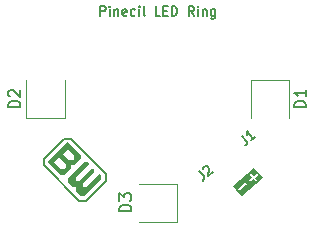
<source format=gbr>
%TF.GenerationSoftware,KiCad,Pcbnew,8.0.5*%
%TF.CreationDate,2024-10-26T17:45:05+02:00*%
%TF.ProjectId,LEDRing,4c454452-696e-4672-9e6b-696361645f70,rev?*%
%TF.SameCoordinates,Original*%
%TF.FileFunction,Legend,Top*%
%TF.FilePolarity,Positive*%
%FSLAX46Y46*%
G04 Gerber Fmt 4.6, Leading zero omitted, Abs format (unit mm)*
G04 Created by KiCad (PCBNEW 8.0.5) date 2024-10-26 17:45:05*
%MOMM*%
%LPD*%
G01*
G04 APERTURE LIST*
G04 Aperture macros list*
%AMRoundRect*
0 Rectangle with rounded corners*
0 $1 Rounding radius*
0 $2 $3 $4 $5 $6 $7 $8 $9 X,Y pos of 4 corners*
0 Add a 4 corners polygon primitive as box body*
4,1,4,$2,$3,$4,$5,$6,$7,$8,$9,$2,$3,0*
0 Add four circle primitives for the rounded corners*
1,1,$1+$1,$2,$3*
1,1,$1+$1,$4,$5*
1,1,$1+$1,$6,$7*
1,1,$1+$1,$8,$9*
0 Add four rect primitives between the rounded corners*
20,1,$1+$1,$2,$3,$4,$5,0*
20,1,$1+$1,$4,$5,$6,$7,0*
20,1,$1+$1,$6,$7,$8,$9,0*
20,1,$1+$1,$8,$9,$2,$3,0*%
G04 Aperture macros list end*
%ADD10C,0.150000*%
%ADD11C,0.000000*%
%ADD12C,0.120000*%
%ADD13R,1.600000X2.400000*%
%ADD14R,0.600000X2.400000*%
%ADD15R,0.600000X0.500000*%
%ADD16R,2.400000X1.600000*%
%ADD17R,2.400000X0.600000*%
%ADD18R,0.500000X0.600000*%
%ADD19C,1.000000*%
%ADD20RoundRect,0.250000X-0.735230X-0.290580X-0.413836X-0.673602X0.735230X0.290580X0.413836X0.673602X0*%
G04 APERTURE END LIST*
D10*
X145142857Y-92962295D02*
X145142857Y-92162295D01*
X145142857Y-92162295D02*
X145447619Y-92162295D01*
X145447619Y-92162295D02*
X145523809Y-92200390D01*
X145523809Y-92200390D02*
X145561904Y-92238485D01*
X145561904Y-92238485D02*
X145600000Y-92314676D01*
X145600000Y-92314676D02*
X145600000Y-92428961D01*
X145600000Y-92428961D02*
X145561904Y-92505152D01*
X145561904Y-92505152D02*
X145523809Y-92543247D01*
X145523809Y-92543247D02*
X145447619Y-92581342D01*
X145447619Y-92581342D02*
X145142857Y-92581342D01*
X145942857Y-92962295D02*
X145942857Y-92428961D01*
X145942857Y-92162295D02*
X145904761Y-92200390D01*
X145904761Y-92200390D02*
X145942857Y-92238485D01*
X145942857Y-92238485D02*
X145980952Y-92200390D01*
X145980952Y-92200390D02*
X145942857Y-92162295D01*
X145942857Y-92162295D02*
X145942857Y-92238485D01*
X146323809Y-92428961D02*
X146323809Y-92962295D01*
X146323809Y-92505152D02*
X146361904Y-92467057D01*
X146361904Y-92467057D02*
X146438094Y-92428961D01*
X146438094Y-92428961D02*
X146552380Y-92428961D01*
X146552380Y-92428961D02*
X146628571Y-92467057D01*
X146628571Y-92467057D02*
X146666666Y-92543247D01*
X146666666Y-92543247D02*
X146666666Y-92962295D01*
X147352381Y-92924200D02*
X147276190Y-92962295D01*
X147276190Y-92962295D02*
X147123809Y-92962295D01*
X147123809Y-92962295D02*
X147047619Y-92924200D01*
X147047619Y-92924200D02*
X147009523Y-92848009D01*
X147009523Y-92848009D02*
X147009523Y-92543247D01*
X147009523Y-92543247D02*
X147047619Y-92467057D01*
X147047619Y-92467057D02*
X147123809Y-92428961D01*
X147123809Y-92428961D02*
X147276190Y-92428961D01*
X147276190Y-92428961D02*
X147352381Y-92467057D01*
X147352381Y-92467057D02*
X147390476Y-92543247D01*
X147390476Y-92543247D02*
X147390476Y-92619438D01*
X147390476Y-92619438D02*
X147009523Y-92695628D01*
X148076190Y-92924200D02*
X147999999Y-92962295D01*
X147999999Y-92962295D02*
X147847618Y-92962295D01*
X147847618Y-92962295D02*
X147771428Y-92924200D01*
X147771428Y-92924200D02*
X147733333Y-92886104D01*
X147733333Y-92886104D02*
X147695237Y-92809914D01*
X147695237Y-92809914D02*
X147695237Y-92581342D01*
X147695237Y-92581342D02*
X147733333Y-92505152D01*
X147733333Y-92505152D02*
X147771428Y-92467057D01*
X147771428Y-92467057D02*
X147847618Y-92428961D01*
X147847618Y-92428961D02*
X147999999Y-92428961D01*
X147999999Y-92428961D02*
X148076190Y-92467057D01*
X148419047Y-92962295D02*
X148419047Y-92428961D01*
X148419047Y-92162295D02*
X148380951Y-92200390D01*
X148380951Y-92200390D02*
X148419047Y-92238485D01*
X148419047Y-92238485D02*
X148457142Y-92200390D01*
X148457142Y-92200390D02*
X148419047Y-92162295D01*
X148419047Y-92162295D02*
X148419047Y-92238485D01*
X148914284Y-92962295D02*
X148838094Y-92924200D01*
X148838094Y-92924200D02*
X148799999Y-92848009D01*
X148799999Y-92848009D02*
X148799999Y-92162295D01*
X150209523Y-92962295D02*
X149828571Y-92962295D01*
X149828571Y-92962295D02*
X149828571Y-92162295D01*
X150476190Y-92543247D02*
X150742856Y-92543247D01*
X150857142Y-92962295D02*
X150476190Y-92962295D01*
X150476190Y-92962295D02*
X150476190Y-92162295D01*
X150476190Y-92162295D02*
X150857142Y-92162295D01*
X151200000Y-92962295D02*
X151200000Y-92162295D01*
X151200000Y-92162295D02*
X151390476Y-92162295D01*
X151390476Y-92162295D02*
X151504762Y-92200390D01*
X151504762Y-92200390D02*
X151580952Y-92276580D01*
X151580952Y-92276580D02*
X151619047Y-92352771D01*
X151619047Y-92352771D02*
X151657143Y-92505152D01*
X151657143Y-92505152D02*
X151657143Y-92619438D01*
X151657143Y-92619438D02*
X151619047Y-92771819D01*
X151619047Y-92771819D02*
X151580952Y-92848009D01*
X151580952Y-92848009D02*
X151504762Y-92924200D01*
X151504762Y-92924200D02*
X151390476Y-92962295D01*
X151390476Y-92962295D02*
X151200000Y-92962295D01*
X153066667Y-92962295D02*
X152800000Y-92581342D01*
X152609524Y-92962295D02*
X152609524Y-92162295D01*
X152609524Y-92162295D02*
X152914286Y-92162295D01*
X152914286Y-92162295D02*
X152990476Y-92200390D01*
X152990476Y-92200390D02*
X153028571Y-92238485D01*
X153028571Y-92238485D02*
X153066667Y-92314676D01*
X153066667Y-92314676D02*
X153066667Y-92428961D01*
X153066667Y-92428961D02*
X153028571Y-92505152D01*
X153028571Y-92505152D02*
X152990476Y-92543247D01*
X152990476Y-92543247D02*
X152914286Y-92581342D01*
X152914286Y-92581342D02*
X152609524Y-92581342D01*
X153409524Y-92962295D02*
X153409524Y-92428961D01*
X153409524Y-92162295D02*
X153371428Y-92200390D01*
X153371428Y-92200390D02*
X153409524Y-92238485D01*
X153409524Y-92238485D02*
X153447619Y-92200390D01*
X153447619Y-92200390D02*
X153409524Y-92162295D01*
X153409524Y-92162295D02*
X153409524Y-92238485D01*
X153790476Y-92428961D02*
X153790476Y-92962295D01*
X153790476Y-92505152D02*
X153828571Y-92467057D01*
X153828571Y-92467057D02*
X153904761Y-92428961D01*
X153904761Y-92428961D02*
X154019047Y-92428961D01*
X154019047Y-92428961D02*
X154095238Y-92467057D01*
X154095238Y-92467057D02*
X154133333Y-92543247D01*
X154133333Y-92543247D02*
X154133333Y-92962295D01*
X154857143Y-92428961D02*
X154857143Y-93076580D01*
X154857143Y-93076580D02*
X154819048Y-93152771D01*
X154819048Y-93152771D02*
X154780952Y-93190866D01*
X154780952Y-93190866D02*
X154704762Y-93228961D01*
X154704762Y-93228961D02*
X154590476Y-93228961D01*
X154590476Y-93228961D02*
X154514286Y-93190866D01*
X154857143Y-92924200D02*
X154780952Y-92962295D01*
X154780952Y-92962295D02*
X154628571Y-92962295D01*
X154628571Y-92962295D02*
X154552381Y-92924200D01*
X154552381Y-92924200D02*
X154514286Y-92886104D01*
X154514286Y-92886104D02*
X154476190Y-92809914D01*
X154476190Y-92809914D02*
X154476190Y-92581342D01*
X154476190Y-92581342D02*
X154514286Y-92505152D01*
X154514286Y-92505152D02*
X154552381Y-92467057D01*
X154552381Y-92467057D02*
X154628571Y-92428961D01*
X154628571Y-92428961D02*
X154780952Y-92428961D01*
X154780952Y-92428961D02*
X154857143Y-92467057D01*
G36*
X158918566Y-106728385D02*
G01*
X157103546Y-108251368D01*
X156647217Y-107707537D01*
X156806882Y-107707537D01*
X156815681Y-107735446D01*
X156834492Y-107757864D01*
X156860449Y-107771376D01*
X156889601Y-107773926D01*
X156917510Y-107765127D01*
X156929645Y-107756825D01*
X157513298Y-107267082D01*
X157523581Y-107256573D01*
X157537093Y-107230616D01*
X157539643Y-107201464D01*
X157530844Y-107173555D01*
X157512033Y-107151137D01*
X157486076Y-107137625D01*
X157456924Y-107135075D01*
X157429015Y-107143874D01*
X157416880Y-107152176D01*
X156833227Y-107641919D01*
X156822944Y-107652428D01*
X156809432Y-107678385D01*
X156806882Y-107707537D01*
X156647217Y-107707537D01*
X156376395Y-107384784D01*
X156940189Y-106911705D01*
X157755318Y-106911705D01*
X157764117Y-106939614D01*
X157782928Y-106962032D01*
X157808885Y-106975544D01*
X157838037Y-106978094D01*
X157865946Y-106969295D01*
X157878081Y-106960993D01*
X158112454Y-106764330D01*
X158309117Y-106998704D01*
X158319626Y-107008987D01*
X158345583Y-107022499D01*
X158374735Y-107025049D01*
X158402644Y-107016250D01*
X158425062Y-106997439D01*
X158438574Y-106971482D01*
X158441124Y-106942330D01*
X158432325Y-106914421D01*
X158424023Y-106902286D01*
X158227360Y-106667912D01*
X158461734Y-106471250D01*
X158472017Y-106460741D01*
X158485529Y-106434784D01*
X158488079Y-106405632D01*
X158479280Y-106377723D01*
X158460469Y-106355305D01*
X158434512Y-106341793D01*
X158405360Y-106339243D01*
X158377451Y-106348042D01*
X158365316Y-106356344D01*
X158130942Y-106553006D01*
X157934280Y-106318633D01*
X157923771Y-106308350D01*
X157897814Y-106294838D01*
X157868662Y-106292288D01*
X157840753Y-106301087D01*
X157818335Y-106319898D01*
X157804823Y-106345855D01*
X157802273Y-106375007D01*
X157811072Y-106402916D01*
X157819374Y-106415051D01*
X158016036Y-106649424D01*
X157781663Y-106846087D01*
X157771380Y-106856596D01*
X157757868Y-106882553D01*
X157755318Y-106911705D01*
X156940189Y-106911705D01*
X158191416Y-105861801D01*
X158918566Y-106728385D01*
G37*
X147754819Y-109538094D02*
X146754819Y-109538094D01*
X146754819Y-109538094D02*
X146754819Y-109299999D01*
X146754819Y-109299999D02*
X146802438Y-109157142D01*
X146802438Y-109157142D02*
X146897676Y-109061904D01*
X146897676Y-109061904D02*
X146992914Y-109014285D01*
X146992914Y-109014285D02*
X147183390Y-108966666D01*
X147183390Y-108966666D02*
X147326247Y-108966666D01*
X147326247Y-108966666D02*
X147516723Y-109014285D01*
X147516723Y-109014285D02*
X147611961Y-109061904D01*
X147611961Y-109061904D02*
X147707200Y-109157142D01*
X147707200Y-109157142D02*
X147754819Y-109299999D01*
X147754819Y-109299999D02*
X147754819Y-109538094D01*
X146754819Y-108633332D02*
X146754819Y-108014285D01*
X146754819Y-108014285D02*
X147135771Y-108347618D01*
X147135771Y-108347618D02*
X147135771Y-108204761D01*
X147135771Y-108204761D02*
X147183390Y-108109523D01*
X147183390Y-108109523D02*
X147231009Y-108061904D01*
X147231009Y-108061904D02*
X147326247Y-108014285D01*
X147326247Y-108014285D02*
X147564342Y-108014285D01*
X147564342Y-108014285D02*
X147659580Y-108061904D01*
X147659580Y-108061904D02*
X147707200Y-108109523D01*
X147707200Y-108109523D02*
X147754819Y-108204761D01*
X147754819Y-108204761D02*
X147754819Y-108490475D01*
X147754819Y-108490475D02*
X147707200Y-108585713D01*
X147707200Y-108585713D02*
X147659580Y-108633332D01*
X138354819Y-100738094D02*
X137354819Y-100738094D01*
X137354819Y-100738094D02*
X137354819Y-100499999D01*
X137354819Y-100499999D02*
X137402438Y-100357142D01*
X137402438Y-100357142D02*
X137497676Y-100261904D01*
X137497676Y-100261904D02*
X137592914Y-100214285D01*
X137592914Y-100214285D02*
X137783390Y-100166666D01*
X137783390Y-100166666D02*
X137926247Y-100166666D01*
X137926247Y-100166666D02*
X138116723Y-100214285D01*
X138116723Y-100214285D02*
X138211961Y-100261904D01*
X138211961Y-100261904D02*
X138307200Y-100357142D01*
X138307200Y-100357142D02*
X138354819Y-100499999D01*
X138354819Y-100499999D02*
X138354819Y-100738094D01*
X137450057Y-99785713D02*
X137402438Y-99738094D01*
X137402438Y-99738094D02*
X137354819Y-99642856D01*
X137354819Y-99642856D02*
X137354819Y-99404761D01*
X137354819Y-99404761D02*
X137402438Y-99309523D01*
X137402438Y-99309523D02*
X137450057Y-99261904D01*
X137450057Y-99261904D02*
X137545295Y-99214285D01*
X137545295Y-99214285D02*
X137640533Y-99214285D01*
X137640533Y-99214285D02*
X137783390Y-99261904D01*
X137783390Y-99261904D02*
X138354819Y-99833332D01*
X138354819Y-99833332D02*
X138354819Y-99214285D01*
X162554819Y-100738094D02*
X161554819Y-100738094D01*
X161554819Y-100738094D02*
X161554819Y-100499999D01*
X161554819Y-100499999D02*
X161602438Y-100357142D01*
X161602438Y-100357142D02*
X161697676Y-100261904D01*
X161697676Y-100261904D02*
X161792914Y-100214285D01*
X161792914Y-100214285D02*
X161983390Y-100166666D01*
X161983390Y-100166666D02*
X162126247Y-100166666D01*
X162126247Y-100166666D02*
X162316723Y-100214285D01*
X162316723Y-100214285D02*
X162411961Y-100261904D01*
X162411961Y-100261904D02*
X162507200Y-100357142D01*
X162507200Y-100357142D02*
X162554819Y-100499999D01*
X162554819Y-100499999D02*
X162554819Y-100738094D01*
X162554819Y-99214285D02*
X162554819Y-99785713D01*
X162554819Y-99499999D02*
X161554819Y-99499999D01*
X161554819Y-99499999D02*
X161697676Y-99595237D01*
X161697676Y-99595237D02*
X161792914Y-99690475D01*
X161792914Y-99690475D02*
X161840533Y-99785713D01*
X153514370Y-106136108D02*
X153881677Y-106573848D01*
X153881677Y-106573848D02*
X153925956Y-106685883D01*
X153925956Y-106685883D02*
X153916565Y-106793222D01*
X153916565Y-106793222D02*
X153853504Y-106895866D01*
X153853504Y-106895866D02*
X153795139Y-106944841D01*
X153825988Y-105974089D02*
X153830684Y-105920419D01*
X153830684Y-105920419D02*
X153864562Y-105842262D01*
X153864562Y-105842262D02*
X154010475Y-105719826D01*
X154010475Y-105719826D02*
X154093328Y-105700035D01*
X154093328Y-105700035D02*
X154146997Y-105704730D01*
X154146997Y-105704730D02*
X154225154Y-105738608D01*
X154225154Y-105738608D02*
X154274129Y-105796974D01*
X154274129Y-105796974D02*
X154318407Y-105909009D01*
X154318407Y-105909009D02*
X154262061Y-106553046D01*
X154262061Y-106553046D02*
X154641436Y-106234713D01*
X157114370Y-103136108D02*
X157481677Y-103573848D01*
X157481677Y-103573848D02*
X157525956Y-103685883D01*
X157525956Y-103685883D02*
X157516565Y-103793222D01*
X157516565Y-103793222D02*
X157453504Y-103895866D01*
X157453504Y-103895866D02*
X157395139Y-103944841D01*
X158241436Y-103234713D02*
X157891244Y-103528559D01*
X158066340Y-103381636D02*
X157552110Y-102768801D01*
X157552110Y-102768801D02*
X157567206Y-102905323D01*
X157567206Y-102905323D02*
X157557815Y-103012663D01*
X157557815Y-103012663D02*
X157523937Y-103090819D01*
D11*
%TO.C,Logo*%
G36*
X144202081Y-105505025D02*
G01*
X143070710Y-106636397D01*
X143070711Y-106919239D01*
X143353553Y-106919239D01*
X144343503Y-105929289D01*
X144626346Y-105929289D01*
X144626345Y-106212132D01*
X143636396Y-107202082D01*
X143636396Y-107484924D01*
X143919239Y-107484925D01*
X145050611Y-106353554D01*
X145192031Y-106494975D01*
X145192031Y-106777818D01*
X143777818Y-108192031D01*
X143494974Y-108192031D01*
X143070711Y-107767767D01*
X143070710Y-107484924D01*
X142787868Y-107484924D01*
X142363604Y-107060661D01*
X142363604Y-106777817D01*
X143777817Y-105363605D01*
X144060660Y-105363604D01*
X144202081Y-105505025D01*
G37*
G36*
X142929289Y-105646448D02*
G01*
X142646447Y-105646446D01*
X142646446Y-105929290D01*
X142080761Y-106494975D01*
X141797919Y-106494975D01*
X140666548Y-105363604D01*
X141232233Y-105363604D01*
X141797919Y-105929290D01*
X142080761Y-105929289D01*
X142222183Y-105787868D01*
X142222182Y-105505025D01*
X141656497Y-104939340D01*
X141232233Y-105363604D01*
X140666548Y-105363604D01*
X141656497Y-104373654D01*
X142929289Y-105646448D01*
G37*
G36*
X143494975Y-104797919D02*
G01*
X143494974Y-105080761D01*
X142929289Y-105646448D01*
X142505026Y-105222182D01*
X142787868Y-105222183D01*
X142929289Y-105080761D01*
X142929289Y-104797919D01*
X142363604Y-104232234D01*
X141939340Y-104656497D01*
X141656497Y-104373654D01*
X142363604Y-103666548D01*
X143494975Y-104797919D01*
G37*
D10*
X145616296Y-106353554D02*
X145616295Y-106919239D01*
X143919239Y-108616295D01*
X143353552Y-108616295D01*
X140383704Y-105646446D01*
X140383705Y-105080761D01*
X142080761Y-103383705D01*
X142646448Y-103383705D01*
X145616296Y-106353554D01*
D12*
%TO.C,D3*%
X151620000Y-110420000D02*
X151620000Y-107180000D01*
X151620000Y-110420000D02*
X148380000Y-110420000D01*
X151620000Y-107180000D02*
X148380000Y-107180000D01*
%TO.C,D2*%
X138880000Y-101620000D02*
X142120000Y-101620000D01*
X138880000Y-101620000D02*
X138880000Y-98380000D01*
X142120000Y-101620000D02*
X142120000Y-98380000D01*
%TO.C,D1*%
X161120000Y-98380000D02*
X157880000Y-98380000D01*
X161120000Y-98380000D02*
X161120000Y-101620000D01*
X157880000Y-98380000D02*
X157880000Y-101620000D01*
%TD*%
%LPC*%
D13*
%TO.C,D3*%
X150575000Y-108800000D03*
D14*
X148925000Y-108800000D03*
D15*
X148625000Y-108800000D03*
%TD*%
D16*
%TO.C,D2*%
X140500000Y-100575000D03*
D17*
X140500000Y-98925000D03*
D18*
X140500000Y-98625000D03*
%TD*%
D16*
%TO.C,D1*%
X159500000Y-99425000D03*
D17*
X159500000Y-101075000D03*
D18*
X159500000Y-101375000D03*
%TD*%
D19*
%TO.C,REF\u002A\u002A*%
X156700000Y-105900000D03*
%TD*%
D20*
%TO.C,J2*%
X154900000Y-107400000D03*
%TD*%
%TO.C,J1*%
X158500000Y-104400000D03*
%TD*%
%LPD*%
M02*

</source>
